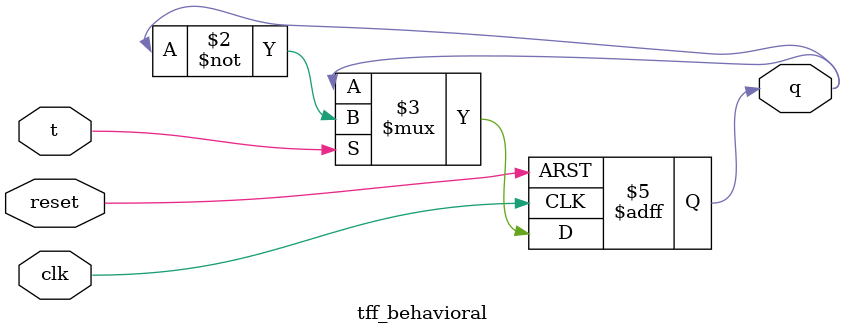
<source format=v>
`include "dff_asycr.v"
module tff (
    input clk,
    input reset,
    input t,
    output q
);
    wire d;
    xor x1(d, q, t);
    dff_async_reset dff (clk, reset, d, q);  

endmodule

module tff_behavioral (input clk, 
input reset, 
input t, 
output reg q);

always @(posedge clk or posedge reset) begin
    if (reset)
        q<=1'b0;
    else if (t)
        q<=~q;
end

endmodule
</source>
